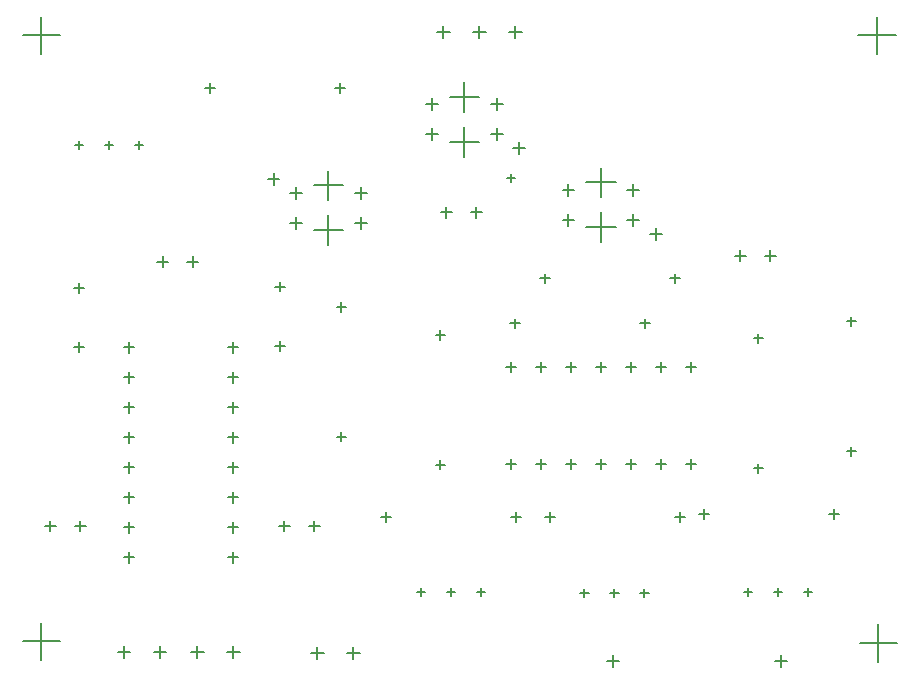
<source format=gbr>
%TF.GenerationSoftware,Altium Limited,Altium Designer,24.7.2 (38)*%
G04 Layer_Color=128*
%FSLAX45Y45*%
%MOMM*%
%TF.SameCoordinates,8DC067B9-F269-4F74-8086-07FC6546BFF1*%
%TF.FilePolarity,Positive*%
%TF.FileFunction,Drillmap*%
%TF.Part,Single*%
G01*
G75*
%TA.AperFunction,NonConductor*%
%ADD27C,0.12700*%
D27*
X196850Y5473700D02*
X514350D01*
X355600Y5314950D02*
Y5632450D01*
X2855600Y3175000D02*
X2935600D01*
X2895600Y3135000D02*
Y3215000D01*
X2855600Y2075002D02*
X2935600D01*
X2895600Y2035002D02*
Y2115002D01*
X1931700Y1054100D02*
X2021700D01*
X1976700Y1009100D02*
Y1099100D01*
X1931700Y1308100D02*
X2021700D01*
X1976700Y1263100D02*
Y1353100D01*
X1931700Y1562100D02*
X2021700D01*
X1976700Y1517100D02*
Y1607100D01*
X1931700Y1816100D02*
X2021700D01*
X1976700Y1771100D02*
Y1861100D01*
X1931700Y2070100D02*
X2021700D01*
X1976700Y2025100D02*
Y2115100D01*
X1931700Y2324100D02*
X2021700D01*
X1976700Y2279100D02*
Y2369100D01*
X1931700Y2578100D02*
X2021700D01*
X1976700Y2533100D02*
Y2623100D01*
X1931700Y2832100D02*
X2021700D01*
X1976700Y2787100D02*
Y2877100D01*
X1051702Y2832100D02*
X1141702D01*
X1096702Y2787100D02*
Y2877100D01*
X1051702Y2578100D02*
X1141702D01*
X1096702Y2533100D02*
Y2623100D01*
X1051702Y2324100D02*
X1141702D01*
X1096702Y2279100D02*
Y2369100D01*
X1051702Y2070100D02*
X1141702D01*
X1096702Y2025100D02*
Y2115100D01*
X1051702Y1816100D02*
X1141702D01*
X1096702Y1771100D02*
Y1861100D01*
X1051702Y1562100D02*
X1141702D01*
X1096702Y1517100D02*
Y1607100D01*
X1051702Y1308100D02*
X1141702D01*
X1096702Y1263100D02*
Y1353100D01*
X1051702Y1054100D02*
X1141702D01*
X1096702Y1009100D02*
Y1099100D01*
X2460699Y4140200D02*
X2560698D01*
X2510699Y4090200D02*
Y4190200D01*
X2660699Y3823198D02*
X2910699D01*
X2785699Y3698198D02*
Y3948198D01*
X2660699Y4203202D02*
X2910699D01*
X2785699Y4078202D02*
Y4328202D01*
X2270702Y4258198D02*
X2370701D01*
X2320701Y4208198D02*
Y4308198D01*
X3010700Y4140200D02*
X3110700D01*
X3060700Y4090200D02*
Y4190200D01*
X3010700Y3886200D02*
X3110700D01*
X3060700Y3836200D02*
Y3936200D01*
X2460699Y3886200D02*
X2560698D01*
X2510699Y3836200D02*
Y3936200D01*
X5317702Y3911600D02*
X5417701D01*
X5367701Y3861600D02*
Y3961600D01*
X4967701Y4228602D02*
X5217701D01*
X5092701Y4103602D02*
Y4353602D01*
X4967701Y3848598D02*
X5217701D01*
X5092701Y3723598D02*
Y3973598D01*
X5507699Y3793602D02*
X5607698D01*
X5557699Y3743602D02*
Y3843602D01*
X4767700Y3911600D02*
X4867700D01*
X4817700Y3861600D02*
Y3961600D01*
X4767700Y4165600D02*
X4867700D01*
X4817700Y4115600D02*
Y4215600D01*
X5317702Y4165600D02*
X5417701D01*
X5367701Y4115600D02*
Y4215600D01*
X4316800Y5499100D02*
X4420800D01*
X4368800Y5447100D02*
Y5551100D01*
X4162000Y4635500D02*
X4262000D01*
X4212000Y4585500D02*
Y4685500D01*
X3811999Y4952502D02*
X4061999D01*
X3936999Y4827502D02*
Y5077502D01*
X3811999Y4572498D02*
X4061999D01*
X3936999Y4447498D02*
Y4697498D01*
X4352002Y4517502D02*
X4452002D01*
X4402002Y4467502D02*
Y4567502D01*
X3611999Y4635500D02*
X3711998D01*
X3661999Y4585500D02*
Y4685500D01*
X3611999Y4889500D02*
X3711998D01*
X3661999Y4839500D02*
Y4939500D01*
X4162000Y4889500D02*
X4262000D01*
X4212000Y4839500D02*
Y4939500D01*
X3707200Y5499100D02*
X3811200D01*
X3759200Y5447100D02*
Y5551100D01*
X4012000Y5499100D02*
X4116000D01*
X4064000Y5447100D02*
Y5551100D01*
X1742897Y5029200D02*
X1822897D01*
X1782897Y4989200D02*
Y5069200D01*
X2842900Y5029200D02*
X2922900D01*
X2882900Y4989200D02*
Y5069200D01*
X3693800Y1837599D02*
X3773800D01*
X3733800Y1797599D02*
Y1877598D01*
X3693800Y2937601D02*
X3773800D01*
X3733800Y2897602D02*
Y2977601D01*
X7270750Y5473700D02*
X7588250D01*
X7429500Y5314950D02*
Y5632450D01*
X196850Y342900D02*
X514350D01*
X355600Y184150D02*
Y501650D01*
X7283450Y330200D02*
X7600950D01*
X7442200Y171450D02*
Y488950D01*
X1337800Y3556000D02*
X1430800D01*
X1384300Y3509500D02*
Y3602500D01*
X1591800Y3556000D02*
X1684800D01*
X1638300Y3509500D02*
Y3602500D01*
X2334900Y3344800D02*
X2414900D01*
X2374900Y3304800D02*
Y3384800D01*
X2334900Y2844800D02*
X2414900D01*
X2374900Y2804800D02*
Y2884800D01*
X3738100Y3975100D02*
X3831100D01*
X3784600Y3928600D02*
Y4021600D01*
X3992100Y3975100D02*
X4085100D01*
X4038600Y3928600D02*
Y4021600D01*
X6481300Y3606800D02*
X6574300D01*
X6527800Y3560300D02*
Y3653300D01*
X6227300Y3606800D02*
X6320300D01*
X6273800Y3560300D02*
Y3653300D01*
X641300Y1320800D02*
X730300D01*
X685800Y1276300D02*
Y1365300D01*
X387300Y1320800D02*
X476300D01*
X431800Y1276300D02*
Y1365300D01*
X4289200Y1841500D02*
X4372200D01*
X4330700Y1800000D02*
Y1883000D01*
X4543200Y1841500D02*
X4626200D01*
X4584700Y1800000D02*
Y1883000D01*
X4797200Y1841500D02*
X4880200D01*
X4838700Y1800000D02*
Y1883000D01*
X5051200Y1841500D02*
X5134200D01*
X5092700Y1800000D02*
Y1883000D01*
X5305200Y1841500D02*
X5388200D01*
X5346700Y1800000D02*
Y1883000D01*
X5559200Y1841500D02*
X5642200D01*
X5600700Y1800000D02*
Y1883000D01*
X5813200Y1841500D02*
X5896200D01*
X5854700Y1800000D02*
Y1883000D01*
X5813200Y2667000D02*
X5896200D01*
X5854700Y2625500D02*
Y2708500D01*
X5559200Y2667000D02*
X5642200D01*
X5600700Y2625500D02*
Y2708500D01*
X5305200Y2667000D02*
X5388200D01*
X5346700Y2625500D02*
Y2708500D01*
X5051200Y2667000D02*
X5134200D01*
X5092700Y2625500D02*
Y2708500D01*
X4797200Y2667000D02*
X4880200D01*
X4838700Y2625500D02*
Y2708500D01*
X4543200Y2667000D02*
X4626200D01*
X4584700Y2625500D02*
Y2708500D01*
X4289200Y2667000D02*
X4372200D01*
X4330700Y2625500D02*
Y2708500D01*
X5424900Y3035300D02*
X5504900D01*
X5464900Y2995300D02*
Y3075300D01*
X4324902Y3035300D02*
X4404902D01*
X4364902Y2995300D02*
Y3075300D01*
X2368500Y1320800D02*
X2457500D01*
X2413000Y1276300D02*
Y1365300D01*
X2622500Y1320800D02*
X2711500D01*
X2667000Y1276300D02*
Y1365300D01*
X2945200Y241300D02*
X3049200D01*
X2997200Y189300D02*
Y293300D01*
X2640400Y241300D02*
X2744400D01*
X2692400Y189300D02*
Y293300D01*
X633100Y2836100D02*
X713100D01*
X673100Y2796100D02*
Y2876100D01*
X633100Y3336100D02*
X713100D01*
X673100Y3296100D02*
Y3376100D01*
X637600Y4546600D02*
X708600D01*
X673100Y4511100D02*
Y4582100D01*
X891600Y4546600D02*
X962600D01*
X927100Y4511100D02*
Y4582100D01*
X1145600Y4546600D02*
X1216600D01*
X1181100Y4511100D02*
Y4582100D01*
X5678900Y3416300D02*
X5758900D01*
X5718900Y3376300D02*
Y3456300D01*
X4578902Y3416300D02*
X4658902D01*
X4618902Y3376300D02*
Y3456300D01*
X6386200Y2908300D02*
X6466200D01*
X6426200Y2868300D02*
Y2948300D01*
X6386200Y1808302D02*
X6466200D01*
X6426200Y1768302D02*
Y1848302D01*
X7173600Y3051900D02*
X7253600D01*
X7213600Y3011900D02*
Y3091900D01*
X7173600Y1951902D02*
X7253600D01*
X7213600Y1911902D02*
Y1991902D01*
X4623349Y1397000D02*
X4703348D01*
X4663349Y1357000D02*
Y1437000D01*
X5723352Y1397000D02*
X5803351D01*
X5763351Y1357000D02*
Y1437000D01*
X7025102Y1422400D02*
X7105101D01*
X7065101Y1382400D02*
Y1462400D01*
X5925099Y1422400D02*
X6005098D01*
X5965099Y1382400D02*
Y1462400D01*
X6809800Y762000D02*
X6880800D01*
X6845300Y726500D02*
Y797500D01*
X6555800Y762000D02*
X6626800D01*
X6591300Y726500D02*
Y797500D01*
X6301800Y762000D02*
X6372800D01*
X6337300Y726500D02*
Y797500D01*
X5142300Y177800D02*
X5246300D01*
X5194300Y125800D02*
Y229800D01*
X3232699Y1397000D02*
X3312698D01*
X3272699Y1357000D02*
Y1437000D01*
X4332702Y1397000D02*
X4412701D01*
X4372701Y1357000D02*
Y1437000D01*
X4041200Y762000D02*
X4112200D01*
X4076700Y726500D02*
Y797500D01*
X3787200Y762000D02*
X3858200D01*
X3822700Y726500D02*
Y797500D01*
X3533200Y762000D02*
X3604200D01*
X3568700Y726500D02*
Y797500D01*
X6564700Y177800D02*
X6668700D01*
X6616700Y125800D02*
Y229800D01*
X1929200Y254000D02*
X2033200D01*
X1981200Y202000D02*
Y306000D01*
X1624400Y254000D02*
X1728400D01*
X1676400Y202000D02*
Y306000D01*
X1306900Y254000D02*
X1410900D01*
X1358900Y202000D02*
Y306000D01*
X1002100Y254000D02*
X1106100D01*
X1054100Y202000D02*
Y306000D01*
X4917500Y749300D02*
X4988500D01*
X4953000Y713800D02*
Y784800D01*
X5171500Y749300D02*
X5242500D01*
X5207000Y713800D02*
Y784800D01*
X5425500Y749300D02*
X5496500D01*
X5461000Y713800D02*
Y784800D01*
X4295140Y4267200D02*
X4366260D01*
X4330700Y4231640D02*
Y4302760D01*
%TF.MD5,19e7e9ac39150c8ffdfbd1d91b37ea2d*%
M02*

</source>
